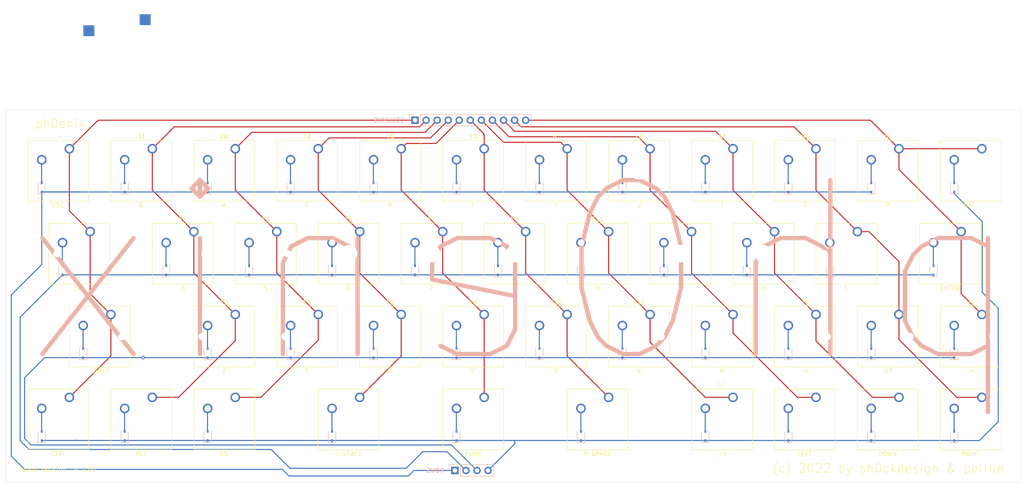
<source format=kicad_pcb>
(kicad_pcb (version 20211014) (generator pcbnew)
  (layers (0 "F.Cu" signal) (31 "B.Cu" signal) (34 "B.Paste" user) (35 "F.Paste" user) (36 "B.SilkS" user "B.Silkscreen") (37 "F.SilkS" user "F.Silkscreen") (38 "B.Mask" user) (39 "F.Mask" user) (44 "Edge.Cuts" user))
  (net 0 "")
  (net 1 "/Row_0")
  (net 2 "/Row_1")
  (net 3 "/Row_2")
  (net 4 "/Row_3")
  (net 5 "/Col_0")
  (net 6 "/Col_1")
  (net 7 "/Col_2")
  (net 8 "/Col_3")
  (net 9 "/Col_4")
  (net 10 "/Col_5")
  (net 11 "/Col_6")
  (net 12 "/Col_7")
  (net 13 "/Col_8")
  (net 14 "/Col_9")
  (net 15 "/Col_10")
  (net 16 "Net-(D0-Pad2)")
  (net 17 "Net-(D1-Pad2)")
  (net 18 "Net-(D2-Pad2)")
  (net 19 "Net-(D3-Pad2)")
  (net 20 "Net-(D4-Pad2)")
  (net 21 "Net-(D5-Pad2)")
  (net 22 "Net-(D6-Pad2)")
  (net 23 "Net-(D7-Pad2)")
  (net 24 "Net-(D8-Pad2)")
  (net 25 "Net-(D9-Pad2)")
  (net 26 "Net-(D10-Pad2)")
  (net 27 "Net-(D11-Pad2)")
  (net 28 "Net-(D12-Pad2)")
  (net 29 "Net-(D13-Pad2)")
  (net 30 "Net-(D14-Pad2)")
  (net 31 "Net-(D15-Pad2)")
  (net 32 "Net-(D16-Pad2)")
  (net 33 "Net-(D17-Pad2)")
  (net 34 "Net-(D18-Pad2)")
  (net 35 "Net-(D19-Pad2)")
  (net 36 "Net-(D20-Pad2)")
  (net 37 "Net-(D21-Pad2)")
  (net 38 "Net-(D22-Pad2)")
  (net 39 "Net-(D23-Pad2)")
  (net 40 "Net-(D24-Pad2)")
  (net 41 "Net-(D25-Pad2)")
  (net 42 "Net-(D26-Pad2)")
  (net 43 "Net-(D27-Pad2)")
  (net 44 "Net-(D28-Pad2)")
  (net 45 "Net-(D29-Pad2)")
  (net 46 "Net-(D30-Pad2)")
  (net 47 "Net-(D31-Pad2)")
  (net 48 "Net-(D32-Pad2)")
  (net 49 "Net-(D33-Pad2)")
  (net 50 "Net-(D34-Pad2)")
  (net 51 "Net-(D35-Pad2)")
  (net 52 "Net-(D36-Pad2)")
  (net 53 "Net-(D37-Pad2)")
  (net 54 "Net-(D38-Pad2)")
  (net 55 "Net-(D39-Pad2)")
  (net 56 "Net-(D40-Pad2)")
  (net 57 "Net-(D41-Pad2)")
  (net 58 "Net-(D42-Pad2)")
  (net 59 "Net-(D43-Pad2)")
  (footprint "Button_Switch_Keyboard:SW_Cherry_MX_1.00u_PCB" (layer "F.Cu") (at 109.855 119.84)
    (fp_text reference "`~")
    (fp_text value "KEYSW")
  )
  (footprint "MountingHole:MountingHole_3.2mm_M3_DIN965" (layer "F.Cu") (at 99.07 143.13)
    (fp_text reference "H2" hide)
    (fp_text value "MountingHole")
  )
  (footprint "MountingHole:MountingHole_3.2mm_M3_DIN965" (layer "F.Cu") (at 323.95 144.28)
    (fp_text reference "H1" hide)
    (fp_text value "MountingHole")
  )
  (footprint "Button_Switch_Keyboard:SW_Cherry_MX_1.00u_PCB" (layer "F.Cu") (at 128.905 119.84)
    (fp_text reference "1!")
    (fp_text value "KEYSW")
  )
  (footprint "Button_Switch_Keyboard:SW_Cherry_MX_1.00u_PCB" (layer "F.Cu") (at 319.405 119.84)
    (fp_text reference "DEL")
    (fp_text value "KEYSW")
  )
  (footprint "Button_Switch_Keyboard:SW_Cherry_MX_1.00u_PCB" (layer "F.Cu") (at 195.58 138.89)
    (fp_text reference "F7")
    (fp_text value "KEYSW")
  )
  (footprint "Button_Switch_Keyboard:SW_Cherry_MX_1.00u_PCB" (layer "F.Cu") (at 252.73 138.89)
    (fp_text reference "J")
    (fp_text value "KEYSW")
  )
  (footprint "Button_Switch_Keyboard:SW_Cherry_MX_1.00u_PCB" (layer "F.Cu") (at 300.355 157.94)
    (fp_text reference "UP")
    (fp_text value "KEYSW")
  )
  (footprint "Button_Switch_Keyboard:SW_Cherry_MX_1.00u_PCB" (layer "F.Cu") (at 300.355 119.84)
    (fp_text reference "0)")
    (fp_text value "KEYSW")
  )
  (footprint "Button_Switch_Keyboard:SW_Cherry_MX_1.00u_PCB" (layer "F.Cu") (at 186.055 119.84)
    (fp_text reference "4$")
    (fp_text value "KEYSW")
  )
  (footprint "MX_Only:MXOnly-1U-Hotswap" (layer "F.Cu") (at 121.412 95.25)
    (fp_text reference "REF**")
    (fp_text value "1U")
  )
  (footprint "Button_Switch_Keyboard:SW_Cherry_MX_1.00u_PCB" (layer "F.Cu") (at 262.255 157.94)
    (fp_text reference "M")
    (fp_text value "KEYSW")
  )
  (footprint "Button_Switch_Keyboard:SW_Cherry_MX_1.00u_PCB" (layer "F.Cu") (at 205.105 157.94)
    (fp_text reference "F8")
    (fp_text value "KEYSW")
  )
  (footprint "Button_Switch_Keyboard:SW_Cherry_MX_1.00u_PCB" (layer "F.Cu") (at 271.78 138.89)
    (fp_text reference "K")
    (fp_text value "KEYSW")
  )
  (footprint "Button_Switch_Keyboard:SW_Cherry_MX_2.00u_PCB" (layer "F.Cu") (at 233.68 176.99)
    (fp_text reference "R SPACE")
    (fp_text value "KEYSW")
  )
  (footprint "Button_Switch_Keyboard:SW_Cherry_MX_1.00u_PCB" (layer "F.Cu") (at 281.305 119.84)
    (fp_text reference "9(")
    (fp_text value "KEYSW")
  )
  (footprint "Button_Switch_Keyboard:SW_Cherry_MX_1.00u_PCB" (layer "F.Cu") (at 233.68 138.89)
    (fp_text reference "F11")
    (fp_text value "KEYSW")
  )
  (footprint "Button_Switch_Keyboard:SW_Cherry_MX_1.00u_PCB" (layer "F.Cu") (at 176.53 138.89)
    (fp_text reference "F5")
    (fp_text value "KEYSW")
  )
  (footprint "Button_Switch_Keyboard:SW_Cherry_MX_1.00u_PCB" (layer "F.Cu") (at 138.43 138.89)
    (fp_text reference "F1")
    (fp_text value "KEYSW")
  )
  (footprint "Button_Switch_Keyboard:SW_Cherry_MX_1.50u_PCB" (layer "F.Cu") (at 114.6175 138.89)
    (fp_text reference "TAB")
    (fp_text value "KEYSW")
  )
  (footprint "Button_Switch_Keyboard:SW_Cherry_MX_1.00u_PCB" (layer "F.Cu") (at 186.055 157.94)
    (fp_text reference "F6")
    (fp_text value "KEYSW")
  )
  (footprint "Button_Switch_Keyboard:SW_Cherry_MX_1.00u_PCB" (layer "F.Cu") (at 281.305 176.99)
    (fp_text reference "LEFT")
    (fp_text value "KEYSW")
  )
  (footprint "Button_Switch_Keyboard:SW_Cherry_MX_1.00u_PCB" (layer "F.Cu") (at 147.955 119.84)
    (fp_text reference "2@")
    (fp_text value "KEYSW")
  )
  (footprint "Button_Switch_Keyboard:SW_Cherry_MX_1.00u_PCB" (layer "F.Cu") (at 167.005 119.84)
    (fp_text reference "3#")
    (fp_text value "KEYSW")
  )
  (footprint "Button_Switch_Keyboard:SW_Cherry_MX_1.00u_PCB" (layer "F.Cu") (at 214.63 138.89)
    (fp_text reference "F9")
    (fp_text value "KEYSW")
  )
  (footprint "Button_Switch_Keyboard:SW_Cherry_MX_1.00u_PCB" (layer "F.Cu") (at 147.955 157.94)
    (fp_text reference "F2")
    (fp_text value "KEYSW")
  )
  (footprint "Button_Switch_Keyboard:SW_Cherry_MX_1.00u_PCB" (layer "F.Cu") (at 290.83 138.89)
    (fp_text reference "L")
    (fp_text value "KEYSW")
  )
  (footprint "Button_Switch_Keyboard:SW_Cherry_MX_1.00u_PCB" (layer "F.Cu") (at 157.48 138.89)
    (fp_text reference "F3")
    (fp_text value "KEYSW")
  )
  (footprint "Button_Switch_Keyboard:SW_Cherry_MX_2.00u_PCB" (layer "F.Cu") (at 119.38 157.94)
    (fp_text reference "SHIFT")
    (fp_text value "KEYSW")
  )
  (footprint "Button_Switch_Keyboard:SW_Cherry_MX_1.00u_PCB" (layer "F.Cu") (at 243.205 119.84)
    (fp_text reference "7&")
    (fp_text value "KEYSW")
  )
  (footprint "Button_Switch_Keyboard:SW_Cherry_MX_1.00u_PCB" (layer "F.Cu") (at 224.155 157.94)
    (fp_text reference "F10")
    (fp_text value "KEYSW")
  )
  (footprint "Button_Switch_Keyboard:SW_Cherry_MX_1.00u_PCB" (layer "F.Cu") (at 319.405 176.99)
    (fp_text reference "RIGHT")
    (fp_text value "KEYSW")
  )
  (footprint "Button_Switch_Keyboard:SW_Cherry_MX_1.00u_PCB" (layer "F.Cu") (at 262.255 119.84)
    (fp_text reference "8*")
    (fp_text value "KEYSW")
  )
  (footprint "Button_Switch_Keyboard:SW_Cherry_MX_1.00u_PCB" (layer "F.Cu") (at 319.405 157.94)
    (fp_text reference "]}")
    (fp_text value "KEYSW")
  )
  (footprint "Button_Switch_Keyboard:SW_Cherry_MX_1.00u_PCB" (layer "F.Cu") (at 205.105 119.84)
    (fp_text reference "5%")
    (fp_text value "KEYSW")
  )
  (footprint "Button_Switch_Keyboard:SW_Cherry_MX_1.00u_PCB" (layer "F.Cu") (at 167.005 157.94)
    (fp_text reference "F4")
    (fp_text value "KEYSW")
  )
  (footprint "Button_Switch_Keyboard:SW_Cherry_MX_1.00u_PCB" (layer "F.Cu") (at 147.955 176.99)
    (fp_text reference "OS")
    (fp_text value "KEYSW")
  )
  (footprint "Button_Switch_Keyboard:SW_Cherry_MX_1.50u_PCB" (layer "F.Cu") (at 314.6425 138.89)
    (fp_text reference "ENTER")
    (fp_text value "KEYSW")
  )
  (footprint "Button_Switch_Keyboard:SW_Cherry_MX_1.00u_PCB" (layer "F.Cu") (at 243.205 157.94)
    (fp_text reference "F12")
    (fp_text value "KEYSW")
  )
  (footprint "Button_Switch_Keyboard:SW_Cherry_MX_1.00u_PCB" (layer "F.Cu") (at 281.305 157.94)
    (fp_text reference "[{")
    (fp_text value "KEYSW")
  )
  (footprint "Button_Switch_Keyboard:SW_Cherry_MX_1.00u_PCB" (layer "F.Cu") (at 205.105 176.99)
    (fp_text reference "FUNC")
    (fp_text value "KEYSW")
  )
  (footprint "Button_Switch_Keyboard:SW_Cherry_MX_1.00u_PCB" (layer "F.Cu") (at 262.255 176.99)
    (fp_text reference "\\|")
    (fp_text value "KEYSW")
  )
  (footprint "Button_Switch_Keyboard:SW_Cherry_MX_1.00u_PCB" (layer "F.Cu") (at 300.355 176.99)
    (fp_text reference "DOWN")
    (fp_text value "KEYSW")
  )
  (footprint "Button_Switch_Keyboard:SW_Cherry_MX_1.00u_PCB" (layer "F.Cu") (at 109.855 176.99)
    (fp_text reference "CTRL")
    (fp_text value "KEYSW")
  )
  (footprint "Button_Switch_Keyboard:SW_Cherry_MX_2.00u_PCB" (layer "F.Cu") (at 176.53 176.99)
    (fp_text reference "L SPACE")
    (fp_text value "KEYSW")
  )
  (footprint "Button_Switch_Keyboard:SW_Cherry_MX_1.00u_PCB" (layer "F.Cu") (at 128.905 176.99)
    (fp_text reference "ALT")
    (fp_text value "KEYSW")
  )
  (footprint "Button_Switch_Keyboard:SW_Cherry_MX_1.00u_PCB" (layer "F.Cu") (at 224.155 119.84)
    (fp_text reference "6^")
    (fp_text value "KEYSW")
  )
  (footprint "Diode_SMD:D_SOD-323" (layer "B.Cu") (at 103.505 128.73 90)
    (fp_text reference locked "D0" hide)
    (fp_text value "D")
  )
  (footprint "Diode_SMD:D_SOD-323" (layer "B.Cu") (at 208.28 147.78 90)
    (fp_text reference "D17" hide)
    (fp_text value "D")
  )
  (footprint "Diode_SMD:D_SOD-323" (layer "B.Cu") (at 141.605 128.73 90)
    (fp_text reference "D2" hide)
    (fp_text value "D")
  )
  (footprint "Diode_SMD:D_SOD-323" (layer "B.Cu") (at 103.505 185.88 90)
    (fp_text reference locked "D34" hide)
    (fp_text value "D")
  )
  (footprint "Diode_SMD:D_SOD-323" (layer "B.Cu") (at 274.955 166.83 90)
    (fp_text reference "D31" hide)
    (fp_text value "D")
  )
  (footprint "Diode_SMD:D_SOD-323" (layer "B.Cu") (at 274.955 185.88 90)
    (fp_text reference "D41" hide)
    (fp_text value "D")
  )
  (footprint "Diode_SMD:D_SOD-323" (layer "B.Cu") (at 227.33 185.88 90)
    (fp_text reference "D39" hide)
    (fp_text value "D")
  )
  (footprint "Diode_SMD:D_SOD-323" (layer "B.Cu") (at 236.855 128.73 90)
    (fp_text reference "D7" hide)
    (fp_text value "D")
  )
  (footprint "Diode_SMD:D_SOD-323" (layer "B.Cu") (at 122.555 185.88 90)
    (fp_text reference "D35" hide)
    (fp_text value "D")
  )
  (footprint "Connector_PinHeader_2.54mm:PinHeader_1x04_P2.54mm_Vertical" (layer "B.Cu") (at 198.384 193.802 -90)
    (fp_text reference "ROWS")
    (fp_text value "Conn_01x04_Male")
  )
  (footprint "Diode_SMD:D_SOD-323" (layer "B.Cu") (at 198.755 166.83 90)
    (fp_text reference "D27" hide)
    (fp_text value "D")
  )
  (footprint "Diode_SMD:D_SOD-323" (layer "B.Cu") (at 284.48 147.78 90)
    (fp_text reference "D21" hide)
    (fp_text value "D")
  )
  (footprint "Diode_SMD:D_SOD-323" (layer "B.Cu") (at 227.33 147.78 90)
    (fp_text reference "D18" hide)
    (fp_text value "D")
  )
  (footprint "Diode_SMD:D_SOD-323" (layer "B.Cu") (at 255.905 185.88 90)
    (fp_text reference "D40" hide)
    (fp_text value "D")
  )
  (footprint "Diode_SMD:D_SOD-323" (layer "B.Cu") (at 313.055 166.83 90)
    (fp_text reference "D33" hide)
    (fp_text value "D")
  )
  (footprint "Diode_SMD:D_SOD-323" (layer "B.Cu") (at 170.18 185.88 90)
    (fp_text reference "D37" hide)
    (fp_text value "D")
  )
  (footprint "Diode_SMD:D_SOD-323" (layer "B.Cu") (at 294.005 166.83 90)
    (fp_text reference "D32" hide)
    (fp_text value "D")
  )
  (footprint "Diode_SMD:D_SOD-323" (layer "B.Cu") (at 198.755 128.73 90)
    (fp_text reference "D5" hide)
    (fp_text value "D")
  )
  (footprint "Diode_SMD:D_SOD-323" (layer "B.Cu") (at 217.805 128.73 90)
    (fp_text reference "D6" hide)
    (fp_text value "D")
  )
  (footprint "Diode_SMD:D_SOD-323" (layer "B.Cu") (at 236.855 166.83 90)
    (fp_text reference "D29" hide)
    (fp_text value "D")
  )
  (footprint "Diode_SMD:D_SOD-323" (layer "B.Cu") (at 255.905 128.73 90)
    (fp_text reference "D8" hide)
    (fp_text value "D")
  )
  (footprint "Connector_PinHeader_2.54mm:PinHeader_1x11_P2.54mm_Vertical" (layer "B.Cu") (at 189.23 113.284 -90)
    (fp_text reference "COLUMNS")
    (fp_text value "Conn_01x11_Male")
  )
  (footprint "Diode_SMD:D_SOD-323" (layer "B.Cu") (at 294.005 128.73 90)
    (fp_text reference "D10" hide)
    (fp_text value "D")
  )
  (footprint "Diode_SMD:D_SOD-323" (layer "B.Cu") (at 160.655 166.83 90)
    (fp_text reference "D25" hide)
    (fp_text value "D")
  )
  (footprint "Diode_SMD:D_SOD-323" (layer "B.Cu") (at 179.705 128.73 90)
    (fp_text reference "D4" hide)
    (fp_text value "D")
  )
  (footprint "Diode_SMD:D_SOD-323" (layer "B.Cu") (at 294.005 185.88 90)
    (fp_text reference "D42" hide)
    (fp_text value "D")
  )
  (footprint "Diode_SMD:D_SOD-323" (layer "B.Cu") (at 308.2925 147.78 90)
    (fp_text reference "D22" hide)
    (fp_text value "D")
  )
  (footprint "Diode_SMD:D_SOD-323" (layer "B.Cu") (at 108.2675 147.78 90)
    (fp_text reference "D12" hide)
    (fp_text value "D")
  )
  (footprint "Diode_SMD:D_SOD-323" (layer "B.Cu") (at 217.805 166.83 90)
    (fp_text reference "D28" hide)
    (fp_text value "D")
  )
  (footprint "Diode_SMD:D_SOD-323" (layer "B.Cu") (at 160.655 128.73 90)
    (fp_text reference "D3" hide)
    (fp_text value "D")
  )
  (footprint "Diode_SMD:D_SOD-323" (layer "B.Cu") (at 151.13 147.78 90)
    (fp_text reference "D14" hide)
    (fp_text value "D")
  )
  (footprint "Diode_SMD:D_SOD-323" (layer "B.Cu") (at 274.955 128.73 90)
    (fp_text reference "D9" hide)
    (fp_text value "D")
  )
  (footprint "Diode_SMD:D_SOD-323" (layer "B.Cu") (at 170.18 147.78 90)
    (fp_text reference "D15" hide)
    (fp_text value "D")
  )
  (footprint "Diode_SMD:D_SOD-323" (layer "B.Cu") (at 132.08 147.78 90)
    (fp_text reference "D13" hide)
    (fp_text value "D")
  )
  (footprint "Diode_SMD:D_SOD-323" (layer "B.Cu") (at 255.905 166.83 90)
    (fp_text reference "D30" hide)
    (fp_text value "D")
  )
  (footprint "Diode_SMD:D_SOD-323" (layer "B.Cu") (at 179.705 166.83 90)
    (fp_text reference "D26" hide)
    (fp_text value "D")
  )
  (footprint "Diode_SMD:D_SOD-323" (layer "B.Cu") (at 113.03 166.83 90)
    (fp_text reference "D23" hide)
    (fp_text value "D")
  )
  (footprint "Diode_SMD:D_SOD-323" (layer "B.Cu") (at 265.43 147.78 90)
    (fp_text reference "D20" hide)
    (fp_text value "D")
  )
  (footprint "Diode_SMD:D_SOD-323" (layer "B.Cu") (at 246.38 147.78 90)
    (fp_text reference "D19" hide)
    (fp_text value "D")
  )
  (footprint "Diode_SMD:D_SOD-323" (layer "B.Cu") (at 313.055 128.73 90)
    (fp_text reference "D11" hide)
    (fp_text value "D")
  )
  (footprint "Diode_SMD:D_SOD-323" (layer "B.Cu") (at 313.055 185.88 90)
    (fp_text reference "D43" hide)
    (fp_text value "D")
  )
  (footprint "Diode_SMD:D_SOD-323" (layer "B.Cu") (at 189.23 147.78 90)
    (fp_text reference "D16" hide)
    (fp_text value "D")
  )
  (footprint "Diode_SMD:D_SOD-323" (layer "B.Cu") (at 141.605 166.83 90)
    (fp_text reference "D24" hide)
    (fp_text value "D")
  )
  (footprint "Diode_SMD:D_SOD-323" (layer "B.Cu") (at 122.555 128.73 90)
    (fp_text reference "D1" hide)
    (fp_text value "D")
  )
  (footprint "Diode_SMD:D_SOD-323" (layer "B.Cu") (at 141.605 185.88 90)
    (fp_text reference "D36" hide)
    (fp_text value "D")
  )
  (footprint "Diode_SMD:D_SOD-323" (layer "B.Cu") (at 198.755 185.88 90)
    (fp_text reference "D38" hide)
    (fp_text value "D")
  )
  (gr_rect (start 95.22 110.89) (end 328.3 196.51) (layer "Edge.Cuts") (width 0.05) (fill none))
  (gr_text "ph0enix" (at 214.122 148.59) (layer "B.SilkS") (effects (font (size 40 40) (thickness 1)) (justify mirror)))
  (gr_text "board revision  - 1.00" (at 107.188 193.548) (layer "F.SilkS") (effects (font (size 1 1))))
  (gr_text "ESC" (at 107.3 132.83) (layer "F.SilkS") (effects (font (size 1 1))))
  (gr_text "G" (at 212.13 151.88) (layer "F.SilkS") (effects (font (size 1 1))))
  (gr_text "Q" (at 126.17 132.76) (layer "F.SilkS") (effects (font (size 1 1))))
  (gr_text "N" (at 240.57 170.94) (layer "F.SilkS") (effects (font (size 1 1))))
  (gr_text "Y" (at 221.61 132.85) (layer "F.SilkS") (effects (font (size 1 1))))
  (gr_text "B" (at 221.59 170.94) (layer "F.SilkS") (effects (font (size 1 1))))
  (gr_text "S" (at 154.91 151.88) (layer "F.SilkS") (effects (font (size 1 1))))
  (gr_text "H" (at 231.12 151.81) (layer "F.SilkS") (effects (font (size 1 1))))
  (gr_text ",<" (at 278.82 170.87) (layer "F.SilkS") (effects (font (size 1 1))))
  (gr_text "W" (at 145.34 132.76) (layer "F.SilkS") (effects (font (size 1 1))))
  (gr_text "A" (at 135.95 151.81) (layer "F.SilkS") (effects (font (size 1 1))))
  (gr_text "E" (at 164.42 132.76) (layer "F.SilkS") (effects (font (size 1 1))))
  (gr_text "ph0enix" (at 107.696 114.046) (layer "F.SilkS") (effects (font (size 2 2))))
  (gr_text "X" (at 164.43 170.87) (layer "F.SilkS") (effects (font (size 1 1))))
  (gr_text "T" (at 202.49 132.83) (layer "F.SilkS") (effects (font (size 1 1))))
  (gr_text "Z" (at 145.45 170.94) (layer "F.SilkS") (effects (font (size 1 1))))
  (gr_text "F" (at 193.08 151.88) (layer "F.SilkS") (effects (font (size 1 1))))
  (gr_text ".>" (at 316.86 170.73) (layer "F.SilkS") (effects (font (size 1 1))))
  (gr_text "U" (at 240.64 132.85) (layer "F.SilkS") (effects (font (size 1 1))))
  (gr_text "P" (at 297.69 132.83) (layer "F.SilkS") (effects (font (size 1 1))))
  (gr_text "(c) 2022 by sh0ckdesign & pelrun" (at 297.942 193.294) (layer "F.SilkS") (effects (font (size 2 2))))
  (gr_text "/?" (at 259.842 189.992) (layer "F.SilkS") (effects (font (size 1 1))))
  (gr_text "C" (at 183.42 170.87) (layer "F.SilkS") (effects (font (size 1 1))))
  (gr_text "V" (at 202.47 170.94) (layer "F.SilkS") (effects (font (size 1 1))))
  (gr_text "R" (at 183.51 132.76) (layer "F.SilkS") (effects (font (size 1 1))))
  (gr_text "I" (at 259.76 132.76) (layer "F.SilkS") (effects (font (size 1 1))))
  (gr_text "D" (at 173.96 151.88) (layer "F.SilkS") (effects (font (size 1 1))))
  (gr_text "O" (at 278.71 132.76) (layer "F.SilkS") (effects (font (size 1 1))))
  (segment (start 104.126 129.78) (end 104.101 129.755) (width 0.25) (layer "B.Cu") (net 1))
  (segment (start 198.384 193.802) (end 188.976 193.802) (width 0.25) (layer "B.Cu") (net 1))
  (segment (start 294.005 129.78) (end 115.7 129.78) (width 0.25) (layer "B.Cu") (net 1))
  (segment (start 115.7 129.78) (end 104.126 129.78) (width 0.25) (layer "B.Cu") (net 1))
  (segment (start 187.706 195.072) (end 160.274 195.072) (width 0.25) (layer "B.Cu") (net 1))
  (segment (start 103.505 146.431) (end 103.505 129.78) (width 0.25) (layer "B.Cu") (net 1))
  (segment (start 160.274 195.072) (end 158.75 193.548) (width 0.25) (layer "B.Cu") (net 1))
  (segment (start 96.52 190.5) (end 96.52 153.416) (width 0.25) (layer "B.Cu") (net 1))
  (segment (start 103.505 129.755) (end 104.101 129.755) (width 0.25) (layer "B.Cu") (net 1))
  (segment (start 188.976 193.802) (end 187.706 195.072) (width 0.25) (layer "B.Cu") (net 1))
  (segment (start 158.75 193.548) (end 99.568 193.548) (width 0.25) (layer "B.Cu") (net 1))
  (segment (start 104.101 129.755) (end 112.053 129.755) (width 0.25) (layer "B.Cu") (net 1))
  (segment (start 96.52 153.416) (end 103.505 146.431) (width 0.25) (layer "B.Cu") (net 1))
  (segment (start 99.568 193.548) (end 96.52 190.5) (width 0.25) (layer "B.Cu") (net 1))
  (segment (start 191.008 189.484) (end 187.198 193.294) (width 0.25) (layer "B.Cu") (net 2))
  (segment (start 208.28 148.83) (end 227.33 148.83) (width 0.25) (layer "B.Cu") (net 2))
  (segment (start 156.21 188.976) (end 160.528 193.294) (width 0.25) (layer "B.Cu") (net 2))
  (segment (start 98.552 186.944) (end 100.584 188.976) (width 0.25) (layer "B.Cu") (net 2))
  (segment (start 170.18 148.83) (end 189.23 148.83) (width 0.25) (layer "B.Cu") (net 2))
  (segment (start 151.13 148.83) (end 170.18 148.83) (width 0.25) (layer "B.Cu") (net 2))
  (segment (start 200.924 193.802) (end 196.606 189.484) (width 0.25) (layer "B.Cu") (net 2))
  (segment (start 189.23 148.83) (end 208.28 148.83) (width 0.25) (layer "B.Cu") (net 2))
  (segment (start 118.858 148.83) (end 151.13 148.83) (width 0.25) (layer "B.Cu") (net 2))
  (segment (start 108.2675 148.83) (end 118.858 148.83) (width 0.25) (layer "B.Cu") (net 2))
  (segment (start 246.38 148.83) (end 265.43 148.83) (width 0.25) (layer "B.Cu") (net 2))
  (segment (start 98.552 158.5455) (end 98.552 186.944) (width 0.25) (layer "B.Cu") (net 2))
  (segment (start 187.198 193.294) (end 160.782 193.294) (width 0.25) (layer "B.Cu") (net 2))
  (segment (start 196.606 189.484) (end 191.008 189.484) (width 0.25) (layer "B.Cu") (net 2))
  (segment (start 100.584 188.976) (end 156.21 188.976) (width 0.25) (layer "B.Cu") (net 2))
  (segment (start 160.528 193.294) (end 160.782 193.294) (width 0.25) (layer "B.Cu") (net 2))
  (segment (start 227.33 148.83) (end 246.38 148.83) (width 0.25) (layer "B.Cu") (net 2))
  (segment (start 284.48 148.83) (end 308.2925 148.83) (width 0.25) (layer "B.Cu") (net 2))
  (segment (start 108.2675 148.83) (end 98.552 158.5455) (width 0.25) (layer "B.Cu") (net 2))
  (segment (start 265.43 148.83) (end 284.48 148.83) (width 0.25) (layer "B.Cu") (net 2))
  (via (at 126.785 167.855) (size 0.8) (drill 0.4) (layers "F.Cu" "B.Cu") (net 3))
  (segment (start 197.597479 187.935479) (end 203.464 193.802) (width 0.25) (layer "B.Cu") (net 3))
  (segment (start 313.055 167.855) (end 104.179 167.855) (width 0.25) (layer "B.Cu") (net 3))
  (segment (start 102.640521 187.935479) (end 102.845479 187.935479) (width 0.25) (layer "B.Cu") (net 3))
  (segment (start 99.568 172.466) (end 99.568 186.436) (width 0.25) (layer "B.Cu") (net 3))
  (segment (start 102.845479 187.935479) (end 197.597479 187.935479) (width 0.25) (layer "B.Cu") (net 3))
  (segment (start 104.179 167.855) (end 99.568 172.466) (width 0.25) (layer "B.Cu") (net 3))
  (segment (start 99.568 186.436) (end 101.067479 187.935479) (width 0.25) (layer "B.Cu") (net 3))
  (segment (start 101.067479 187.935479) (end 102.845479 187.935479) (width 0.25) (layer "B.Cu") (net 3))
  (segment (start 111.291 186.905) (end 212.129 186.905) (width 0.25) (layer "B.Cu") (net 4))
  (segment (start 319.485 136.605) (end 313.055 130.175) (width 0.25) (layer "B.Cu") (net 4))
  (segment (start 212.129 187.677) (end 206.004 193.802) (width 0.25) (layer "B.Cu") (net 4))
  (segment (start 323.169521 182.577214) (end 323.169521 156.520479) (width 0.25) (layer "B.Cu") (net 4))
  (segment (start 319.485 152.835958) (end 323.169521 156.520479) (width 0.25) (layer "B.Cu") (net 4))
  (segment (start 212.129 186.905) (end 313.055 186.905) (width 0.25) (layer "B.Cu") (net 4))
  (segment (start 318.816735 186.93) (end 323.169521 182.577214) (width 0.25) (layer "B.Cu") (net 4))
  (segment (start 103.505 186.905) (end 111.291 186.905) (width 0.25) (layer "B.Cu") (net 4))
  (segment (start 313.055 186.93) (end 318.816735 186.93) (width 0.25) (layer "B.Cu") (net 4))
  (segment (start 111.170479 186.784479) (end 111.291 186.905) (width 0.25) (layer "B.Cu") (net 4))
  (segment (start 319.485 136.605) (end 319.485 152.835958) (width 0.25) (layer "B.Cu") (net 4))
  (segment (start 313.055 130.175) (end 313.055 129.78) (width 0.25) (layer "B.Cu") (net 4))
  (segment (start 212.129 186.905) (end 212.129 187.677) (width 0.25) (layer "B.Cu") (net 4))
  (segment (start 109.855 134.1275) (end 114.6175 138.89) (width 0.25) (layer "F.Cu") (net 5))
  (segment (start 114.6175 138.89) (end 114.6175 153.1775) (width 0.25) (layer "F.Cu") (net 5))
  (segment (start 114.6175 153.1775) (end 119.38 157.94) (width 0.25) (layer "F.Cu") (net 5))
  (segment (start 189.23 113.284) (end 116.586 113.284) (width 0.25) (layer "F.Cu") (net 5))
  (segment (start 116.332 113.538) (end 116.157 113.538) (width 0.25) (layer "F.Cu") (net 5))
  (segment (start 116.157 113.538) (end 109.855 119.84) (width 0.25) (layer "F.Cu") (net 5))
  (segment (start 119.38 167.465) (end 109.855 176.99) (width 0.25) (layer "F.Cu") (net 5))
  (segment (start 119.38 157.94) (end 119.38 167.465) (width 0.25) (layer "F.Cu") (net 5))
  (segment (start 109.855 119.84) (end 109.855 134.1275) (width 0.25) (layer "F.Cu") (net 5))
  (segment (start 116.586 113.284) (end 116.332 113.538) (width 0.25) (layer "F.Cu") (net 5))
  (segment (start 147.955 157.94) (end 147.955 163.957) (width 0.25) (layer "F.Cu") (net 6))
  (segment (start 128.905 119.84) (end 128.905 129.365) (width 0.25) (layer "F.Cu") (net 6))
  (segment (start 147.955 163.957) (end 134.922 176.99) (width 0.25) (layer "F.Cu") (net 6))
  (segment (start 133.937 114.808) (end 128.905 119.84) (width 0.25) (layer "F.Cu") (net 6))
  (segment (start 128.55 119.84) (end 128.905 119.84) (width 0.25) (layer "F.Cu") (net 6))
  (segment (start 190.246 114.808) (end 133.937 114.808) (width 0.25) (layer "F.Cu") (net 6))
  (segment (start 128.905 129.365) (end 138.43 138.89) (width 0.25) (layer "F.Cu") (net 6))
  (segment (start 191.77 113.284) (end 190.246 114.808) (width 0.25) (layer "F.Cu") (net 6))
  (segment (start 134.922 176.99) (end 128.905 176.99) (width 0.25) (layer "F.Cu") (net 6))
  (segment (start 138.43 138.89) (end 138.43 148.415) (width 0.25) (layer "F.Cu") (net 6))
  (segment (start 138.43 148.415) (end 147.955 157.94) (width 0.25) (layer "F.Cu") (net 6))
  (segment (start 167.005 157.94) (end 167.005 163.838081) (width 0.25) (layer "F.Cu") (net 7))
  (segment (start 191.516 116.078) (end 151.717 116.078) (width 0.25) (layer "F.Cu") (net 7))
  (segment (start 157.48 148.415) (end 167.005 157.94) (width 0.25) (layer "F.Cu") (net 7))
  (segment (start 151.717 116.078) (end 147.955 119.84) (width 0.25) (layer "F.Cu") (net 7))
  (segment (start 153.853081 176.99) (end 147.955 176.99) (width 0.25) (layer "F.Cu") (net 7))
  (segment (start 157.48 138.89) (end 157.48 148.415) (width 0.25) (layer "F.Cu") (net 7))
  (segment (start 147.955 119.84) (end 147.955 129.365) (width 0.25) (layer "F.Cu") (net 7))
  (segment (start 194.31 113.284) (end 191.516 116.078) (width 0.25) (layer "F.Cu") (net 7))
  (segment (start 147.955 129.365) (end 157.48 138.89) (width 0.25) (layer "F.Cu") (net 7))
  (segment (start 167.005 163.838081) (end 153.853081 176.99) (width 0.25) (layer "F.Cu") (net 7))
  (segment (start 176.53 148.415) (end 186.055 157.94) (width 0.25) (layer "F.Cu") (net 8))
  (segment (start 186.055 167.465) (end 176.53 176.99) (width 0.25) (layer "F.Cu") (net 8))
  (segment (start 167.005 119.84) (end 167.005 129.365) (width 0.25) (layer "F.Cu") (net 8))
  (segment (start 169.497 117.348) (end 167.005 119.84) (width 0.25) (layer "F.Cu") (net 8))
  (segment (start 186.055 157.94) (end 186.055 167.465) (width 0.25) (layer "F.Cu") (net 8))
  (segment (start 176.53 138.89) (end 176.53 148.415) (width 0.25) (layer "F.Cu") (net 8))
  (segment (start 167.005 129.365) (end 176.53 138.89) (width 0.25) (layer "F.Cu") (net 8))
  (segment (start 192.786 117.348) (end 169.497 117.348) (width 0.25) (layer "F.Cu") (net 8))
  (segment (start 196.85 113.284) (end 192.786 117.348) (width 0.25) (layer "F.Cu") (net 8))
  (segment (start 194.056 118.618) (end 187.277 118.618) (width 0.25) (layer "F.Cu") (net 9))
  (segment (start 186.055 119.84) (end 186.055 129.365) (width 0.25) (layer "F.Cu") (net 9))
  (segment (start 199.39 113.284) (end 194.056 118.618) (width 0.25) (layer "F.Cu") (net 9))
  (segment (start 186.055 129.365) (end 195.58 138.89) (width 0.25) (layer "F.Cu") (net 9))
  (segment (start 195.58 148.415) (end 205.105 157.94) (width 0.25) (layer "F.Cu") (net 9))
  (segment (start 205.105 157.94) (end 205.105 176.99) (width 0.25) (layer "F.Cu") (net 9))
  (segment (start 187.277 118.618) (end 186.055 119.84) (width 0.25) (layer "F.Cu") (net 9))
  (segment (start 195.58 138.89) (end 195.58 148.415) (width 0.25) (layer "F.Cu") (net 9))
  (segment (start 224.155 157.94) (end 224.155 167.465) (width 0.25) (layer "F.Cu") (net 10))
  (segment (start 214.63 138.89) (end 214.63 148.415) (width 0.25) (layer "F.Cu") (net 10))
  (segment (start 204.978 116.332) (end 204.978 116.586) (width 0.25) (layer "F.Cu") (net 10))
  (segment (start 204.978 116.586) (end 205.105 116.713) (width 0.25) (layer "F.Cu") (net 10))
  (segment (start 205.105 116.713) (end 205.105 119.84) (width 0.25) (layer "F.Cu") (net 10))
  (segment (start 201.93 113.284) (end 204.978 116.332) (width 0.25) (layer "F.Cu") (net 10))
  (segment (start 205.105 129.365) (end 214.63 138.89) (width 0.25) (layer "F.Cu") (net 10))
  (segment (start 205.105 119.84) (end 205.105 129.365) (width 0.25) (layer "F.Cu") (net 10))
  (segment (start 214.63 148.415) (end 224.155 157.94) (width 0.25) (layer "F.Cu") (net 10))
  (segment (start 224.155 167.465) (end 233.68 176.99) (width 0.25) (layer "F.Cu") (net 10))
  (segment (start 204.47 113.284) (end 209.55 118.364) (width 0.25) (layer "F.Cu") (net 11))
  (segment (start 224.155 119.84) (end 224.155 129.365) (width 0.25) (layer "F.Cu") (net 11))
  (segment (start 243.205 157.94) (end 243.205 164.3182) (width 0.25) (layer "F.Cu") (net 11))
  (segment (start 233.68 148.415) (end 243.205 157.94) (width 0.25) (layer "F.Cu") (net 11))
  (segment (start 243.205 164.3182) (end 255.8768 176.99) (width 0.25) (layer "F.Cu") (net 11))
  (segment (start 209.55 118.364) (end 222.679 118.364) (width 0.25) (layer "F.Cu") (net 11))
  (segment (start 224.155 129.365) (end 233.68 138.89) (width 0.25) (layer "F.Cu") (net 11))
  (segment (start 255.8768 176.99) (end 262.255 176.99) (width 0.25) (layer "F.Cu") (net 11))
  (segment (start 222.679 118.364) (end 224.155 119.84) (width 0.25) (layer "F.Cu") (net 11))
  (segment (start 233.68 138.89) (end 233.68 148.415) (width 0.25) (layer "F.Cu") (net 11))
  (segment (start 240.459 117.094) (end 243.205 119.84) (width 0.25) (layer "F.Cu") (net 12))
  (segment (start 252.73 138.89) (end 252.73 148.415) (width 0.25) (layer "F.Cu") (net 12))
  (segment (start 252.73 148.415) (end 262.255 157.94) (width 0.25) (layer "F.Cu") (net 12))
  (segment (start 262.255 157.94) (end 262.255 162.211735) (width 0.25) (layer "F.Cu") (net 12))
  (segment (start 243.205 129.365) (end 252.73 138.89) (width 0.25) (layer "F.Cu") (net 12))
  (segment (start 243.205 119.84) (end 243.205 129.365) (width 0.25) (layer "F.Cu") (net 12))
  (segment (start 262.255 162.211735) (end 277.033265 176.99) (width 0.25) (layer "F.Cu") (net 12))
  (segment (start 210.82 117.094) (end 240.459 117.094) (width 0.25) (layer "F.Cu") (net 12))
  (segment (start 277.033265 176.99) (end 281.305 176.99) (width 0.25) (layer "F.Cu") (net 12))
  (segment (start 207.01 113.284) (end 210.82 117.094) (width 0.25) (layer "F.Cu") (net 12))
  (segment (start 258.239 115.824) (end 262.255 119.84) (width 0.25) (layer "F.Cu") (net 13))
  (segment (start 294.2872 176.99) (end 300.355 176.99) (width 0.25) (layer "F.Cu") (net 13))
  (segment (start 212.09 115.824) (end 258.239 115.824) (width 0.25) (layer "F.Cu") (net 13))
  (segment (start 262.255 129.365) (end 271.78 138.89) (width 0.25) (layer "F.Cu") (net 13))
  (segment (start 271.78 138.89) (end 271.78 148.415) (width 0.25) (layer "F.Cu") (net 13))
  (segment (start 209.55 113.284) (end 212.09 115.824) (width 0.25) (layer "F.Cu") (net 13))
  (segment (start 262.255 119.84) (end 262.255 129.365) (width 0.25) (layer "F.Cu") (net 13))
  (segment (start 271.78 148.415) (end 281.305 157.94) (width 0.25) (layer "F.Cu") (net 13))
  (segment (start 281.305 157.94) (end 281.305 164.0078) (width 0.25) (layer "F.Cu") (net 13))
  (segment (start 281.305 164.0078) (end 294.2872 176.99) (width 0.25) (layer "F.Cu") (net 13))
  (segment (start 300.355 157.94) (end 300.355 163.703) (width 0.25) (layer "F.Cu") (net 14))
  (segment (start 276.273 114.808) (end 276.098 114.808) (width 0.25) (layer "F.Cu") (net 14))
  (segment (start 212.09 113.284) (end 213.614 114.808) (width 0.25) (layer "F.Cu") (net 14))
  (segment (start 300.355 157.94) (end 300.355 145.775) (width 0.25) (layer "F.Cu") (net 14))
  (segment (start 300.355 163.703) (end 313.642 176.99) (width 0.25) (layer "F.Cu") (net 14))
  (segment (start 313.642 176.99) (end 319.405 176.99) (width 0.25) (layer "F.Cu") (net 14))
  (segment (start 213.614 114.808) (end 276.098 114.808) (width 0.25) (layer "F.Cu") (net 14))
  (segment (start 281.305 119.84) (end 276.273 114.808) (width 0.25) (layer "F.Cu") (net 14))
  (segment (start 281.305 129.365) (end 290.83 138.89) (width 0.25) (layer "F.Cu") (net 14))
  (segment (start 300.355 145.775) (end 293.47 138.89) (width 0.25) (layer "F.Cu") (net 14))
  (segment (start 293.47 138.89) (end 290.83 138.89) (width 0.25) (layer "F.Cu") (net 14))
  (segment (start 276.098 114.808) (end 276.352 114.808) (width 0.25) (layer "F.Cu") (net 14))
  (segment (start 281.305 119.84) (end 281.305 129.365) (width 0.25) (layer "F.Cu") (net 14))
  (segment (start 290.83 138.89) (end 290.878 138.89) (width 0.25) (layer "B.Cu") (net 14))
  (segment (start 314.6425 138.89) (end 314.6425 153.1775) (width 0.25) (layer "F.Cu") (net 15))
  (segment (start 300.355 119.84) (end 319.405 119.84) (width 0.25) (layer "F.Cu") (net 15))
  (segment (start 300.355 119.84) (end 300.355 124.6025) (width 0.25) (layer "F.Cu") (net 15))
  (segment (start 293.799 113.284) (end 300.355 119.84) (width 0.25) (layer "F.Cu") (net 15))
  (segment (start 300.355 124.6025) (end 314.6425 138.89) (width 0.25) (layer "F.Cu") (net 15))
  (segment (start 214.63 113.284) (end 293.799 113.284) (width 0.25) (layer "F.Cu") (net 15))
  (segment (start 314.6425 153.1775) (end 319.405 157.94) (width 0.25) (layer "F.Cu") (net 15))
  (segment (start 103.475 122.38) (end 103.475 127.61) (width 0.25) (layer "B.Cu") (net 16))
  (segment (start 122.525 122.38) (end 122.525 127.61) (width 0.25) (layer "B.Cu") (net 17))
  (segment (start 141.575 122.38) (end 141.575 127.61) (width 0.25) (layer "B.Cu") (net 18))
  (segment (start 160.625 122.38) (end 160.625 127.61) (width 0.25) (layer "B.Cu") (net 19))
  (segment (start 179.675 122.38) (end 179.675 127.61) (width 0.25) (layer "B.Cu") (net 20))
  (segment (start 198.725 122.38) (end 198.725 127.61) (width 0.25) (layer "B.Cu") (net 21))
  (segment (start 217.775 122.38) (end 217.775 127.61) (width 0.25) (layer "B.Cu") (net 22))
  (segment (start 236.825 122.38) (end 236.825 127.61) (width 0.25) (layer "B.Cu") (net 23))
  (segment (start 255.875 122.38) (end 255.875 127.61) (width 0.25) (layer "B.Cu") (net 24))
  (segment (start 274.925 122.38) (end 274.925 127.61) (width 0.25) (layer "B.Cu") (net 25))
  (segment (start 293.975 122.38) (end 293.975 127.61) (width 0.25) (layer "B.Cu") (net 26))
  (segment (start 313.025 122.38) (end 313.025 127.61) (width 0.25) (layer "B.Cu") (net 27))
  (segment (start 108.2375 141.43) (end 108.2375 146.66) (width 0.25) (layer "B.Cu") (net 28))
  (segment (start 132.05 141.43) (end 132.05 146.66) (width 0.25) (layer "B.Cu") (net 29))
  (segment (start 151.1 141.43) (end 151.1 146.66) (width 0.25) (layer "B.Cu") (net 30))
  (segment (start 170.15 141.43) (end 170.15 146.66) (width 0.25) (layer "B.Cu") (net 31))
  (segment (start 189.2 141.43) (end 189.2 146.66) (width 0.25) (layer "B.Cu") (net 32))
  (segment (start 208.25 141.43) (end 208.25 146.66) (width 0.25) (layer "B.Cu") (net 33))
  (segment (start 227.3 141.43) (end 227.3 146.66) (width 0.25) (layer "B.Cu") (net 34))
  (segment (start 246.35 141.43) (end 246.35 146.66) (width 0.25) (layer "B.Cu") (net 35))
  (segment (start 265.4 141.43) (end 265.4 146.66) (width 0.25) (layer "B.Cu") (net 36))
  (segment (start 284.45 141.43) (end 284.45 146.66) (width 0.25) (layer "B.Cu") (net 37))
  (segment (start 308.2625 141.43) (end 308.2625 146.66) (width 0.25) (layer "B.Cu") (net 38))
  (segment (start 113 160.48) (end 113 165.71) (width 0.25) (layer "B.Cu") (net 39))
  (segment (start 141.575 160.48) (end 141.575 165.71) (width 0.25) (layer "B.Cu") (net 40))
  (segment (start 160.625 160.48) (end 160.625 165.71) (width 0.25) (layer "B.Cu") (net 41))
  (segment (start 179.675 160.48) (end 179.675 165.71) (width 0.25) (layer "B.Cu") (net 42))
  (segment (start 198.725 160.48) (end 198.725 165.71) (width 0.25) (layer "B.Cu") (net 43))
  (segment (start 217.775 160.48) (end 217.775 165.71) (width 0.25) (layer "B.Cu") (net 44))
  (segment (start 236.825 160.48) (end 236.825 165.71) (width 0.25) (layer "B.Cu") (net 45))
  (segment (start 255.875 160.48) (end 255.875 165.71) (width 0.25) (layer "B.Cu") (net 46))
  (segment (start 274.925 160.48) (end 274.925 165.71) (width 0.25) (layer "B.Cu") (net 47))
  (segment (start 293.975 160.48) (end 293.975 165.71) (width 0.25) (layer "B.Cu") (net 48))
  (segment (start 313.025 160.48) (end 313.025 165.71) (width 0.25) (layer "B.Cu") (net 49))
  (segment (start 103.475 179.53) (end 103.475 184.76) (width 0.25) (layer "B.Cu") (net 50))
  (segment (start 122.525 179.53) (end 122.525 184.76) (width 0.25) (layer "B.Cu") (net 51))
  (segment (start 141.575 179.53) (end 141.575 184.76) (width 0.25) (layer "B.Cu") (net 52))
  (segment (start 170.15 179.53) (end 170.15 184.76) (width 0.25) (layer "B.Cu") (net 53))
  (segment (start 198.725 179.53) (end 198.725 184.76) (width 0.25) (layer "B.Cu") (net 54))
  (segment (start 227.3 179.53) (end 227.3 184.76) (width 0.25) (layer "B.Cu") (net 55))
  (segment (start 255.875 179.53) (end 255.875 184.76) (width 0.25) (layer "B.Cu") (net 56))
  (segment (start 274.925 179.53) (end 274.925 184.76) (width 0.25) (layer "B.Cu") (net 57))
  (segment (start 293.975 179.53) (end 293.975 184.76) (width 0.25) (layer "B.Cu") (net 58))
  (segment (start 313.025 179.53) (end 313.025 184.76) (width 0.25) (layer "B.Cu") (net 59))
)
</source>
